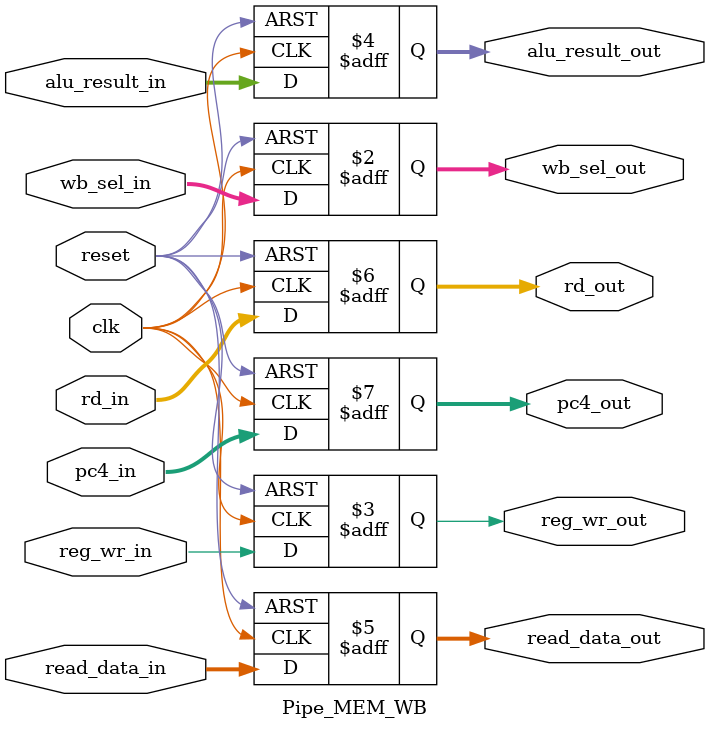
<source format=sv>
`timescale 1ns / 1ps
module Pipe_MEM_WB (
    input wire clk,
    input wire reset,
    // Control In
    input wire [1:0] wb_sel_in,
    input wire reg_wr_in,
    // Data In
    input wire [31:0] alu_result_in,
    input wire [31:0] read_data_in,
    input wire [4:0] rd_in,
    input wire [31:0] pc4_in,

    // Outputs
    output reg [1:0] wb_sel_out,
    output reg reg_wr_out,
    output reg [31:0] alu_result_out,
    output reg [31:0] read_data_out,
    output reg [4:0] rd_out,
    output reg [31:0] pc4_out
);
    always @(posedge clk or posedge reset) begin
        if (reset) begin
            wb_sel_out <= 0; reg_wr_out <= 0;
            alu_result_out <= 0; read_data_out <= 0; rd_out <= 0; pc4_out <= 0;
        end else begin
            wb_sel_out <= wb_sel_in; reg_wr_out <= reg_wr_in;
            alu_result_out <= alu_result_in; read_data_out <= read_data_in;
            rd_out <= rd_in; pc4_out <= pc4_in;
        end
    end
endmodule

</source>
